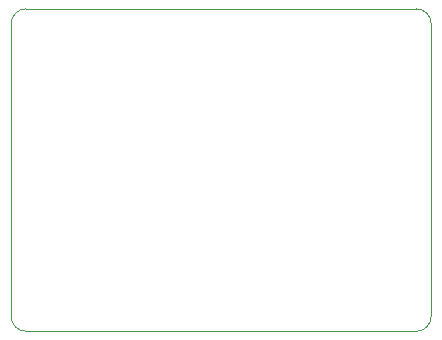
<source format=gbr>
%TF.GenerationSoftware,KiCad,Pcbnew,7.0.10-7.0.10~ubuntu20.04.1*%
%TF.CreationDate,2024-01-20T13:36:01-08:00*%
%TF.ProjectId,beambreak,6265616d-6272-4656-916b-2e6b69636164,rev?*%
%TF.SameCoordinates,Original*%
%TF.FileFunction,Profile,NP*%
%FSLAX46Y46*%
G04 Gerber Fmt 4.6, Leading zero omitted, Abs format (unit mm)*
G04 Created by KiCad (PCBNEW 7.0.10-7.0.10~ubuntu20.04.1) date 2024-01-20 13:36:01*
%MOMM*%
%LPD*%
G01*
G04 APERTURE LIST*
%TA.AperFunction,Profile*%
%ADD10C,0.100000*%
%TD*%
G04 APERTURE END LIST*
D10*
X108839000Y-107950000D02*
X141859000Y-107950000D01*
X141859000Y-107950000D02*
G75*
G03*
X143129000Y-106680000I0J1270000D01*
G01*
X107569000Y-106680000D02*
G75*
G03*
X108839000Y-107950000I1270000J0D01*
G01*
X108839000Y-80645000D02*
G75*
G03*
X107569000Y-81915000I0J-1270000D01*
G01*
X143129000Y-106680000D02*
X143129000Y-81915000D01*
X107569000Y-81915000D02*
X107569000Y-106680000D01*
X141859000Y-80645000D02*
X108839000Y-80645000D01*
X143129000Y-81915000D02*
G75*
G03*
X141859000Y-80645000I-1270000J0D01*
G01*
M02*

</source>
